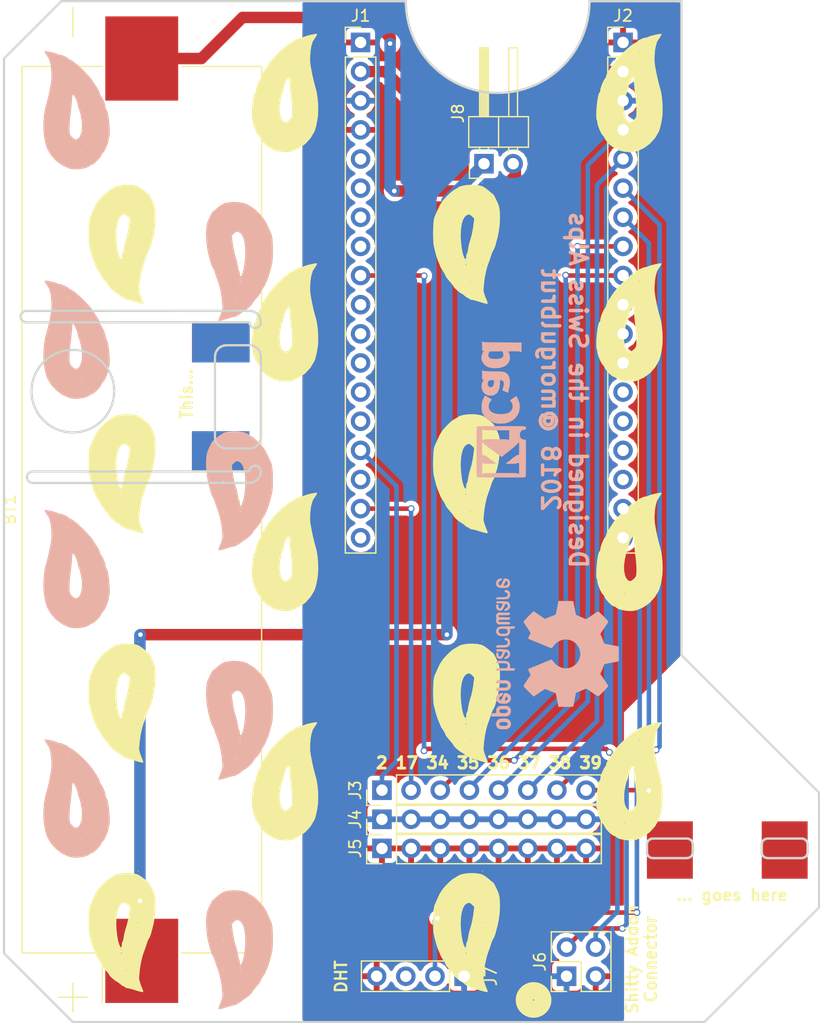
<source format=kicad_pcb>
(kicad_pcb (version 20171130) (host pcbnew 5.0.0)
  (layers (0 F.Cu signal) (31 B.Cu signal) (34 B.Paste user) (35 F.Paste user) (36 B.SilkS user) (37 F.SilkS user) (38 B.Mask user) (39 F.Mask user) (44 Edge.Cuts user))
  (net 0 "")
  (net 1 GND)
  (net 2 +5V)
  (net 3 +3V3)
  (net 4 "Net-(J1-Pad5)")
  (net 5 "Net-(J1-Pad6)")
  (net 6 "Net-(J1-Pad7)")
  (net 7 "Net-(J1-Pad8)")
  (net 8 SCL)
  (net 9 "Net-(J1-Pad10)")
  (net 10 23)
  (net 11 "Net-(J1-Pad12)")
  (net 12 "Net-(J1-Pad13)")
  (net 13 "Net-(J1-Pad14)")
  (net 14 2)
  (net 15 "Net-(J1-Pad16)")
  (net 16 17)
  (net 17 "Net-(J1-Pad18)")
  (net 18 36)
  (net 19 37)
  (net 20 38)
  (net 21 39)
  (net 22 34)
  (net 23 35)
  (net 24 "Net-(J2-Pad10)")
  (net 25 "Net-(J2-Pad11)")
  (net 26 DAC2)
  (net 27 "Net-(J2-Pad13)")
  (net 28 "Net-(J2-Pad14)")
  (net 29 "Net-(J2-Pad15)")
  (net 30 12)
  (net 31 DHT_D)
  (net 32 SDA)
  (net 33 "Net-(J7-Pad3)")
  (net 34 "Net-(BT1-Pad1)")
  (net 35 "Net-(BT1-Pad2)")
  (module Libs:gl_2 (layer F.Cu) (at 106.3 111 90)
    (fp_text reference G*** hide)
    (fp_text value LOGO hide)
  )
  (module Libs:gl_1 (layer F.Cu) (at 136.3 91 90)
    (fp_text reference G*** hide)
    (fp_text value LOGO hide)
  )
  (module Libs:gl_1 (layer F.Cu) (at 136.3 111 90)
    (fp_text reference G*** hide)
    (fp_text value LOGO hide)
  )
  (module Libs:gl_2 (layer F.Cu) (at 136.3 91 90)
    (fp_text reference G*** hide)
    (fp_text value LOGO hide)
  )
  (module Libs:gl_1 (layer F.Cu) (at 106.3 91 90)
    (fp_text reference G*** hide)
    (fp_text value LOGO hide)
  )
  (module Libs:gl_2 (layer F.Cu) (at 106.3 91 90)
    (fp_text reference G*** hide)
    (fp_text value LOGO hide)
  )
  (module Libs:gl_1 (layer F.Cu) (at 106.3 111 90)
    (fp_text reference G*** hide)
    (fp_text value LOGO hide)
  )
  (module Libs:gl_2 (layer F.Cu) (at 136.3 111 90)
    (fp_text reference G*** hide)
    (fp_text value LOGO hide)
  )
  (module Libs:gl_2 (layer F.Cu) (at 136.3 131 90)
    (fp_text reference G*** hide)
    (fp_text value LOGO hide)
  )
  (module Libs:gl_1 (layer F.Cu) (at 136.3 131 90)
    (fp_text reference G*** hide)
    (fp_text value LOGO hide)
  )
  (module Libs:gl_2 (layer F.Cu) (at 136.3 151 90)
    (fp_text reference G*** hide)
    (fp_text value LOGO hide)
  )
  (module Libs:gl_1 (layer F.Cu) (at 136.3 151 90)
    (fp_text reference G*** hide)
    (fp_text value LOGO hide)
  )
  (module Libs:gl_2 (layer F.Cu) (at 106.3 131 90)
    (fp_text reference G*** hide)
    (fp_text value LOGO hide)
  )
  (module Libs:gl_1 (layer F.Cu) (at 106.3 131 90)
    (fp_text reference G*** hide)
    (fp_text value LOGO hide)
  )
  (module Libs:gl_2 (layer B.Cu) (at 102.5 92.5 90)
    (fp_text reference G*** hide)
    (fp_text value LOGO hide)
  )
  (module Libs:gl_2 (layer B.Cu) (at 102.5 112.5 90)
    (fp_text reference G*** hide)
    (fp_text value LOGO hide)
  )
  (module Libs:gl_2 (layer B.Cu) (at 102.5 132.5 90)
    (fp_text reference G*** hide)
    (fp_text value LOGO hide)
  )
  (module Libs:gl_1 (layer B.Cu) (at 102.5 92.5 90)
    (fp_text reference G*** hide)
    (fp_text value LOGO hide)
  )
  (module Libs:gl_1 (layer B.Cu) (at 102.5 112.5 90)
    (fp_text reference G*** hide)
    (fp_text value LOGO hide)
  )
  (module Libs:gl_1 (layer B.Cu) (at 102.5 132.5 90)
    (fp_text reference G*** hide)
    (fp_text value LOGO hide)
  )
  (module Socket_Strips:Socket_Strip_Straight_1x18_Pitch2.54mm (layer F.Cu) (at 120.06 79.6)
    (fp_text reference J1 (at 0 -2.33) (layer F.SilkS))
    (fp_text value Conn_01x18_Female)
    (pad 1 thru_hole rect (at 0 0) (size 1.7 1.7) (drill 1) (layers *.Cu *.Mask) (net 1 GND))
    (pad 2 thru_hole oval (at 0 2.54) (size 1.7 1.7) (drill 1) (layers *.Cu *.Mask) (net 2 +5V))
    (pad 3 thru_hole oval (at 0 5.08) (size 1.7 1.7) (drill 1) (layers *.Cu *.Mask) (net 3 +3V3))
    (pad 4 thru_hole oval (at 0 7.62) (size 1.7 1.7) (drill 1) (layers *.Cu *.Mask) (net 1 GND))
    (pad 5 thru_hole oval (at 0 10.16) (size 1.7 1.7) (drill 1) (layers *.Cu *.Mask) (net 4 "Net-(J1-Pad5)"))
    (pad 6 thru_hole oval (at 0 12.7) (size 1.7 1.7) (drill 1) (layers *.Cu *.Mask) (net 5 "Net-(J1-Pad6)"))
    (pad 7 thru_hole oval (at 0 15.24) (size 1.7 1.7) (drill 1) (layers *.Cu *.Mask) (net 6 "Net-(J1-Pad7)"))
    (pad 8 thru_hole oval (at 0 17.78) (size 1.7 1.7) (drill 1) (layers *.Cu *.Mask) (net 7 "Net-(J1-Pad8)"))
    (pad 9 thru_hole oval (at 0 20.32) (size 1.7 1.7) (drill 1) (layers *.Cu *.Mask) (net 8 SCL))
    (pad 10 thru_hole oval (at 0 22.86) (size 1.7 1.7) (drill 1) (layers *.Cu *.Mask) (net 9 "Net-(J1-Pad10)"))
    (pad 11 thru_hole oval (at 0 25.4) (size 1.7 1.7) (drill 1) (layers *.Cu *.Mask) (net 10 23))
    (pad 12 thru_hole oval (at 0 27.94) (size 1.7 1.7) (drill 1) (layers *.Cu *.Mask) (net 11 "Net-(J1-Pad12)"))
    (pad 13 thru_hole oval (at 0 30.48) (size 1.7 1.7) (drill 1) (layers *.Cu *.Mask) (net 12 "Net-(J1-Pad13)"))
    (pad 14 thru_hole oval (at 0 33.02) (size 1.7 1.7) (drill 1) (layers *.Cu *.Mask) (net 13 "Net-(J1-Pad14)"))
    (pad 15 thru_hole oval (at 0 35.56) (size 1.7 1.7) (drill 1) (layers *.Cu *.Mask) (net 14 2))
    (pad 16 thru_hole oval (at 0 38.1) (size 1.7 1.7) (drill 1) (layers *.Cu *.Mask) (net 15 "Net-(J1-Pad16)"))
    (pad 17 thru_hole oval (at 0 40.64) (size 1.7 1.7) (drill 1) (layers *.Cu *.Mask) (net 16 17))
    (pad 18 thru_hole oval (at 0 43.18) (size 1.7 1.7) (drill 1) (layers *.Cu *.Mask) (net 17 "Net-(J1-Pad18)"))
  )
  (module Socket_Strips:Socket_Strip_Straight_1x18_Pitch2.54mm (layer F.Cu) (at 142.92 79.6)
    (fp_text reference J2 (at 0 -2.33) (layer F.SilkS))
    (fp_text value Conn_01x18_Female)
    (pad 1 thru_hole rect (at 0 0) (size 1.7 1.7) (drill 1) (layers *.Cu *.Mask) (net 1 GND))
    (pad 2 thru_hole oval (at 0 2.54) (size 1.7 1.7) (drill 1) (layers *.Cu *.Mask) (net 2 +5V))
    (pad 3 thru_hole oval (at 0 5.08) (size 1.7 1.7) (drill 1) (layers *.Cu *.Mask) (net 3 +3V3))
    (pad 4 thru_hole oval (at 0 7.62) (size 1.7 1.7) (drill 1) (layers *.Cu *.Mask) (net 18 36))
    (pad 5 thru_hole oval (at 0 10.16) (size 1.7 1.7) (drill 1) (layers *.Cu *.Mask) (net 19 37))
    (pad 6 thru_hole oval (at 0 12.7) (size 1.7 1.7) (drill 1) (layers *.Cu *.Mask) (net 20 38))
    (pad 7 thru_hole oval (at 0 15.24) (size 1.7 1.7) (drill 1) (layers *.Cu *.Mask) (net 21 39))
    (pad 8 thru_hole oval (at 0 17.78) (size 1.7 1.7) (drill 1) (layers *.Cu *.Mask) (net 22 34))
    (pad 9 thru_hole oval (at 0 20.32) (size 1.7 1.7) (drill 1) (layers *.Cu *.Mask) (net 23 35))
    (pad 10 thru_hole oval (at 0 22.86) (size 1.7 1.7) (drill 1) (layers *.Cu *.Mask) (net 24 "Net-(J2-Pad10)"))
    (pad 11 thru_hole oval (at 0 25.4) (size 1.7 1.7) (drill 1) (layers *.Cu *.Mask) (net 25 "Net-(J2-Pad11)"))
    (pad 12 thru_hole oval (at 0 27.94) (size 1.7 1.7) (drill 1) (layers *.Cu *.Mask) (net 26 DAC2))
    (pad 13 thru_hole oval (at 0 30.48) (size 1.7 1.7) (drill 1) (layers *.Cu *.Mask) (net 27 "Net-(J2-Pad13)"))
    (pad 14 thru_hole oval (at 0 33.02) (size 1.7 1.7) (drill 1) (layers *.Cu *.Mask) (net 28 "Net-(J2-Pad14)"))
    (pad 15 thru_hole oval (at 0 35.56) (size 1.7 1.7) (drill 1) (layers *.Cu *.Mask) (net 29 "Net-(J2-Pad15)"))
    (pad 16 thru_hole oval (at 0 38.1) (size 1.7 1.7) (drill 1) (layers *.Cu *.Mask) (net 30 12))
    (pad 17 thru_hole oval (at 0 40.64) (size 1.7 1.7) (drill 1) (layers *.Cu *.Mask) (net 31 DHT_D))
    (pad 18 thru_hole oval (at 0 43.18) (size 1.7 1.7) (drill 1) (layers *.Cu *.Mask) (net 32 SDA))
  )
  (module Pin_Headers:Pin_Header_Straight_1x08_Pitch2.54mm (layer F.Cu) (at 121.92 144.78 90)
    (fp_text reference J3 (at 0 -2.33 90) (layer F.SilkS))
    (fp_text value Conn_01x08)
    (pad 1 thru_hole rect (at 0 0 90) (size 1.7 1.7) (drill 1) (layers *.Cu *.Mask) (net 14 2))
    (pad 2 thru_hole oval (at 0 2.54 90) (size 1.7 1.7) (drill 1) (layers *.Cu *.Mask) (net 16 17))
    (pad 3 thru_hole oval (at 0 5.08 90) (size 1.7 1.7) (drill 1) (layers *.Cu *.Mask) (net 22 34))
    (pad 4 thru_hole oval (at 0 7.62 90) (size 1.7 1.7) (drill 1) (layers *.Cu *.Mask) (net 23 35))
    (pad 5 thru_hole oval (at 0 10.16 90) (size 1.7 1.7) (drill 1) (layers *.Cu *.Mask) (net 18 36))
    (pad 6 thru_hole oval (at 0 12.7 90) (size 1.7 1.7) (drill 1) (layers *.Cu *.Mask) (net 19 37))
    (pad 7 thru_hole oval (at 0 15.24 90) (size 1.7 1.7) (drill 1) (layers *.Cu *.Mask) (net 20 38))
    (pad 8 thru_hole oval (at 0 17.78 90) (size 1.7 1.7) (drill 1) (layers *.Cu *.Mask) (net 21 39))
  )
  (module Pin_Headers:Pin_Header_Straight_1x08_Pitch2.54mm (layer F.Cu) (at 121.92 147.32 90)
    (fp_text reference J4 (at 0 -2.33 90) (layer F.SilkS))
    (fp_text value Conn_01x08)
    (pad 1 thru_hole rect (at 0 0 90) (size 1.7 1.7) (drill 1) (layers *.Cu *.Mask) (net 3 +3V3))
    (pad 2 thru_hole oval (at 0 2.54 90) (size 1.7 1.7) (drill 1) (layers *.Cu *.Mask) (net 3 +3V3))
    (pad 3 thru_hole oval (at 0 5.08 90) (size 1.7 1.7) (drill 1) (layers *.Cu *.Mask) (net 3 +3V3))
    (pad 4 thru_hole oval (at 0 7.62 90) (size 1.7 1.7) (drill 1) (layers *.Cu *.Mask) (net 3 +3V3))
    (pad 5 thru_hole oval (at 0 10.16 90) (size 1.7 1.7) (drill 1) (layers *.Cu *.Mask) (net 3 +3V3))
    (pad 6 thru_hole oval (at 0 12.7 90) (size 1.7 1.7) (drill 1) (layers *.Cu *.Mask) (net 3 +3V3))
    (pad 7 thru_hole oval (at 0 15.24 90) (size 1.7 1.7) (drill 1) (layers *.Cu *.Mask) (net 3 +3V3))
    (pad 8 thru_hole oval (at 0 17.78 90) (size 1.7 1.7) (drill 1) (layers *.Cu *.Mask) (net 3 +3V3))
  )
  (module Pin_Headers:Pin_Header_Straight_1x08_Pitch2.54mm (layer F.Cu) (at 121.92 149.86 90)
    (fp_text reference J5 (at 0 -2.33 90) (layer F.SilkS))
    (fp_text value Conn_01x08)
    (pad 1 thru_hole rect (at 0 0 90) (size 1.7 1.7) (drill 1) (layers *.Cu *.Mask) (net 1 GND))
    (pad 2 thru_hole oval (at 0 2.54 90) (size 1.7 1.7) (drill 1) (layers *.Cu *.Mask) (net 1 GND))
    (pad 3 thru_hole oval (at 0 5.08 90) (size 1.7 1.7) (drill 1) (layers *.Cu *.Mask) (net 1 GND))
    (pad 4 thru_hole oval (at 0 7.62 90) (size 1.7 1.7) (drill 1) (layers *.Cu *.Mask) (net 1 GND))
    (pad 5 thru_hole oval (at 0 10.16 90) (size 1.7 1.7) (drill 1) (layers *.Cu *.Mask) (net 1 GND))
    (pad 6 thru_hole oval (at 0 12.7 90) (size 1.7 1.7) (drill 1) (layers *.Cu *.Mask) (net 1 GND))
    (pad 7 thru_hole oval (at 0 15.24 90) (size 1.7 1.7) (drill 1) (layers *.Cu *.Mask) (net 1 GND))
    (pad 8 thru_hole oval (at 0 17.78 90) (size 1.7 1.7) (drill 1) (layers *.Cu *.Mask) (net 1 GND))
  )
  (module Pin_Headers:Pin_Header_Straight_2x02_Pitch2.54mm (layer F.Cu) (at 138 161 90)
    (fp_text reference J6 (at 1.27 -2.33 90) (layer F.SilkS))
    (fp_text value Conn_02x02_Top_Bottom)
    (pad 1 thru_hole rect (at 0 0 90) (size 1.7 1.7) (drill 1) (layers *.Cu *.Mask) (net 3 +3V3))
    (pad 2 thru_hole oval (at 2.54 0 90) (size 1.7 1.7) (drill 1) (layers *.Cu *.Mask) (net 32 SDA))
    (pad 3 thru_hole oval (at 0 2.54 90) (size 1.7 1.7) (drill 1) (layers *.Cu *.Mask) (net 1 GND))
    (pad 4 thru_hole oval (at 2.54 2.54 90) (size 1.7 1.7) (drill 1) (layers *.Cu *.Mask) (net 8 SCL))
  )
  (module Pin_Headers:Pin_Header_Straight_1x04_Pitch2.54mm (layer F.Cu) (at 129.08 161 270)
    (fp_text reference J7 (at 0 -2.33 270) (layer F.SilkS))
    (fp_text value Conn_01x04)
    (pad 1 thru_hole rect (at 0 0 270) (size 1.7 1.7) (drill 1) (layers *.Cu *.Mask) (net 3 +3V3))
    (pad 2 thru_hole oval (at 0 2.54 270) (size 1.7 1.7) (drill 1) (layers *.Cu *.Mask) (net 31 DHT_D))
    (pad 3 thru_hole oval (at 0 5.08 270) (size 1.7 1.7) (drill 1) (layers *.Cu *.Mask) (net 33 "Net-(J7-Pad3)"))
    (pad 4 thru_hole oval (at 0 7.62 270) (size 1.7 1.7) (drill 1) (layers *.Cu *.Mask) (net 1 GND))
  )
  (module Battery_Holders:Keystone_1042_1x18650 (layer F.Cu) (at 101 120.33 90)
    (fp_text reference BT1 (at 0 -11.5 90) (layer F.SilkS))
    (fp_text value Battery_Cell)
    (pad 1 smd rect (at -39.33 0 90) (size 7.34 6.35) (layers F.Cu F.Paste F.Mask) (net 34 "Net-(BT1-Pad1)"))
    (pad 2 smd rect (at 39.33 0 90) (size 7.34 6.35) (layers F.Cu F.Paste F.Mask) (net 35 "Net-(BT1-Pad2)"))
    (pad "" np_thru_hole circle (at 27.6 -8 90) (size 3.45 3.45) (drill 3.45) (layers *.Cu *.Mask))
    (pad "" np_thru_hole circle (at -27.6 8 90) (size 3.45 3.45) (drill 3.45) (layers *.Cu *.Mask))
    (pad "" np_thru_hole circle (at -35.93 -8 90) (size 2.39 2.39) (drill 2.39) (layers *.Cu *.Mask))
  )
  (module Pin_Headers:Pin_Header_Angled_1x02_Pitch2.54mm (layer F.Cu) (at 130.81 90.17 90)
    (fp_text reference J8 (at 4.385 -2.27 90) (layer F.SilkS))
    (fp_text value Conn_01x02)
    (pad 1 thru_hole rect (at 0 0 90) (size 1.7 1.7) (drill 1) (layers *.Cu *.Mask) (net 34 "Net-(BT1-Pad1)"))
    (pad 2 thru_hole oval (at 0 2.54 90) (size 1.7 1.7) (drill 1) (layers *.Cu *.Mask) (net 35 "Net-(BT1-Pad2)"))
  )
  (module Symbols:OSHW-Logo2_14.6x12mm_SilkScreen (layer B.Cu) (at 137 132.9 90)
    (fp_text reference REF*** hide)
    (fp_text value OSHW-Logo2_14.6x12mm_SilkScreen hide)
  )
  (module Symbols:Symbol_KiCAD-Logo_CopperAndSilkScreenTop (layer B.Cu) (at 132.5 111.6 90)
    (fp_text reference REF** hide)
    (fp_text value "KiCAD Logo" hide)
  )
  (module Libs:gl_1 (layer B.Cu) (at 102.5 152.5 90)
    (fp_text reference G*** hide)
    (fp_text value LOGO hide)
  )
  (module Libs:gl_2 (layer B.Cu) (at 102.5 152.5 90)
    (fp_text reference G*** hide)
    (fp_text value LOGO hide)
  )
  (module Libs:gl_2 (layer F.Cu) (at 106.3 151 90)
    (fp_text reference G*** hide)
    (fp_text value LOGO hide)
  )
  (module Libs:gl_1 (layer F.Cu) (at 106.3 151 90)
    (fp_text reference G*** hide)
    (fp_text value LOGO hide)
  )
  (gr_arc (start 90.95 103.5) (end 90.95 103) (angle -180) (layer Edge.Cuts) (width 0.2))
  (gr_arc (start 91.5 117.5) (end 91.5 117) (angle -180) (layer Edge.Cuts) (width 0.2))
  (gr_text "... goes here" (at 152.4 153.924) (layer F.SilkS) (effects (font (size 1 1) (thickness 0.2))))
  (gr_text This... (at 104.902 110.236 90) (layer F.SilkS) (effects (font (size 1 1) (thickness 0.2))))
  (gr_text DHT (at 118.364 161.036 90) (layer F.SilkS) (effects (font (size 1 1) (thickness 0.2))))
  (gr_text "Shitty Addon\nConnector" (at 144.526 159.512 90) (layer F.SilkS) (effects (font (size 1 1) (thickness 0.2))))
  (gr_circle (center 135.128 163.068) (end 135.89 163.322) (layer F.SilkS) (width 1.5))
  (gr_text "Designed in the Swiss Alps\n2018 @morgulbrut" (at 137.8 109.9 270) (layer B.SilkS) (effects (font (size 1.5 1.5) (thickness 0.3)) (justify mirror)))
  (gr_text "2 17 34 35 36 37 38 39" (at 131.2418 142.4051) (layer F.SilkS) (effects (font (size 1 1) (thickness 0.25))))
  (gr_arc (start 132 76) (end 140 76) (angle 180) (layer Edge.Cuts) (width 0.2))
  (gr_line (start 89 104) (end 89 81) (layer Edge.Cuts) (width 0.2))
  (gr_line (start 148 76) (end 140 76) (layer Edge.Cuts) (width 0.2))
  (gr_line (start 148 133) (end 148 76) (layer Edge.Cuts) (width 0.2))
  (gr_line (start 160 145) (end 148 133) (layer Edge.Cuts) (width 0.2))
  (gr_line (start 160 155) (end 160 145) (layer Edge.Cuts) (width 0.2))
  (gr_line (start 150 165) (end 160 155) (layer Edge.Cuts) (width 0.2))
  (gr_line (start 95 165) (end 150 165) (layer Edge.Cuts) (width 0.2))
  (gr_line (start 89 159) (end 95 165) (layer Edge.Cuts) (width 0.2))
  (gr_line (start 89 117) (end 89 159) (layer Edge.Cuts) (width 0.2))
  (gr_line (start 94 76) (end 89 81) (layer Edge.Cuts) (width 0.2))
  (gr_line (start 124 76) (end 94 76) (layer Edge.Cuts) (width 0.2))
  (gr_circle (center 95 110) (end 98.6 110) (layer Edge.Cuts) (width 0.2))
  (gr_line (start 155 149.5) (end 155 150.2) (layer Edge.Cuts) (width 0.2))
  (gr_arc (start 155.5 150.2) (end 155.5 150.7) (angle 90) (layer Edge.Cuts) (width 0.2))
  (gr_arc (start 155.5 149.5) (end 155 149.5) (angle 90) (layer Edge.Cuts) (width 0.2))
  (gr_line (start 149 149.5) (end 149 150.2) (layer Edge.Cuts) (width 0.2))
  (gr_arc (start 148.5 150.2) (end 149 150.2) (angle 90) (layer Edge.Cuts) (width 0.2))
  (gr_arc (start 148.5 149.5) (end 148.5 149) (angle 90) (layer Edge.Cuts) (width 0.2))
  (gr_line (start 145 149.5) (end 145 150.2) (layer Edge.Cuts) (width 0.2))
  (gr_arc (start 145.5 150.2) (end 145.5 150.7) (angle 90) (layer Edge.Cuts) (width 0.2))
  (gr_arc (start 145.5 149.5) (end 145 149.5) (angle 90) (layer Edge.Cuts) (width 0.2))
  (gr_line (start 159 149.5) (end 159 150.2) (layer Edge.Cuts) (width 0.2))
  (gr_arc (start 158.5 150.2) (end 159 150.2) (angle 90) (layer Edge.Cuts) (width 0.2))
  (gr_arc (start 158.5 149.5) (end 158.5 149) (angle 90) (layer Edge.Cuts) (width 0.2))
  (gr_line (start 145.5 150.7) (end 148.5 150.7) (layer Edge.Cuts) (width 0.2))
  (gr_line (start 145.5 149) (end 148.5 149) (layer Edge.Cuts) (width 0.2))
  (gr_line (start 155.5 150.7) (end 158.5 150.7) (layer Edge.Cuts) (width 0.2))
  (gr_line (start 155.5 149) (end 158.5 149) (layer Edge.Cuts) (width 0.2))
  (gr_line (start 110.373969 105.991801) (end 108.373969 105.991801) (layer Edge.Cuts) (width 0.2))
  (gr_line (start 110.373969 114.991801) (end 108.373969 114.991801) (layer Edge.Cuts) (width 0.2))
  (gr_arc (start 110.373969 106.991801) (end 110.373969 105.991801) (angle 89.9) (layer Edge.Cuts) (width 0.2))
  (gr_arc (start 108.373969 106.991801) (end 107.373969 106.991801) (angle 90) (layer Edge.Cuts) (width 0.2))
  (gr_arc (start 108.373969 113.991801) (end 108.373969 114.991801) (angle 90) (layer Edge.Cuts) (width 0.2))
  (gr_arc (start 110.373969 113.991801) (end 111.373969 113.991801) (angle 90) (layer Edge.Cuts) (width 0.2))
  (gr_line (start 89 104) (end 89 117) (layer Edge.Cuts) (width 0.2))
  (gr_line (start 107.373969 113.991801) (end 107.373969 106.991801) (layer Edge.Cuts) (width 0.2))
  (gr_line (start 111.373969 106.991801) (end 111.373969 113.991801) (layer Edge.Cuts) (width 0.2))
  (gr_arc (start 110.873969 116.999801) (end 110.373969 116.999801) (angle 180) (layer Edge.Cuts) (width 0.2))
  (gr_arc (start 110.873969 103.991801) (end 111.373969 103.991801) (angle 180) (layer Edge.Cuts) (width 0.2))
  (gr_line (start 91.45 117) (end 110.373969 116.991801) (layer Edge.Cuts) (width 0.2))
  (gr_line (start 110.373969 103.991801) (end 90.95 104) (layer Edge.Cuts) (width 0.2))
  (gr_arc (start 110.373969 103.991801) (end 110.373969 102.991801) (angle 89.9) (layer Edge.Cuts) (width 0.2))
  (gr_arc (start 110.373969 116.991801) (end 111.373969 116.991801) (angle 90) (layer Edge.Cuts) (width 0.2))
  (gr_line (start 91.55 118) (end 110.373969 117.991801) (layer Edge.Cuts) (width 0.2))
  (gr_line (start 90.95 103) (end 110.373969 102.991801) (layer Edge.Cuts) (width 0.2))
  (segment (start 120.06 82.14) (end 122.224797 82.14) (width 1) (layer F.Cu) (net 2))
  (segment (start 122.224797 82.14) (end 126.928469 86.843672) (width 1) (layer F.Cu) (net 2))
  (segment (start 126.928469 86.843672) (end 136.640615 86.843672) (width 1) (layer F.Cu) (net 2))
  (segment (start 136.640615 86.843672) (end 141.344287 82.14) (width 1) (layer F.Cu) (net 2))
  (segment (start 141.344287 82.14) (end 142.92 82.14) (width 1) (layer F.Cu) (net 2))
  (segment (start 140.54 158.46) (end 140.54 157.257919) (width 0.4) (layer B.Cu) (net 8))
  (segment (start 142.427806 155.370113) (end 142.427806 142.173806) (width 0.4) (layer B.Cu) (net 8))
  (segment (start 142.427806 142.173806) (end 141.732 141.478) (width 0.4) (layer B.Cu) (net 8))
  (segment (start 140.54 157.257919) (end 142.427806 155.370113) (width 0.4) (layer B.Cu) (net 8))
  (segment (start 120.06 99.92) (end 125.563688 99.92) (width 0.4) (layer F.Cu) (net 8))
  (via (at 125.589533 99.945845) (size 0.6) (drill 0.4) (layers F.Cu B.Cu) (net 8))
  (segment (start 125.563688 99.92) (end 125.589533 99.945845) (width 0.4) (layer F.Cu) (net 8))
  (segment (start 125.563688 99.92) (end 125.589533 99.945845) (width 0.4) (layer B.Cu) (net 8))
  (segment (start 125.589533 99.945845) (end 125.589533 140.922128) (width 0.4) (layer B.Cu) (net 8))
  (segment (start 125.589533 140.922128) (end 125.589533 141.346392) (width 0.4) (layer B.Cu) (net 8))
  (segment (start 125.757924 141.178001) (end 125.589533 141.346392) (width 0.4) (layer F.Cu) (net 8))
  (segment (start 141.432001 141.178001) (end 125.757924 141.178001) (width 0.4) (layer F.Cu) (net 8))
  (segment (start 141.732 141.478) (end 141.432001 141.178001) (width 0.4) (layer F.Cu) (net 8))
  (via (at 125.589533 141.346392) (size 0.6) (drill 0.4) (layers F.Cu B.Cu) (net 8))
  (via (at 141.732 141.478) (size 0.6) (drill 0.4) (layers F.Cu B.Cu) (net 8))
  (segment (start 123.19 142.26) (end 123.19 118.29) (width 0.4) (layer B.Cu) (net 14))
  (segment (start 123.19 118.29) (end 120.06 115.16) (width 0.4) (layer B.Cu) (net 14))
  (segment (start 121.92 144.78) (end 121.92 143.53) (width 0.4) (layer B.Cu) (net 14))
  (segment (start 121.92 143.53) (end 123.19 142.26) (width 0.4) (layer B.Cu) (net 14))
  (segment (start 120.06 120.24) (end 124.46 120.24) (width 0.4) (layer F.Cu) (net 16))
  (via (at 124.46 120.24) (size 0.6) (drill 0.4) (layers F.Cu B.Cu) (net 16))
  (segment (start 124.46 144.78) (end 124.46 120.24) (width 0.4) (layer B.Cu) (net 16))
  (segment (start 132.08 144.78) (end 132.929999 143.930001) (width 0.4) (layer B.Cu) (net 18))
  (segment (start 139.854598 90.285402) (end 142.070001 88.069999) (width 0.4) (layer B.Cu) (net 18))
  (segment (start 132.963497 143.930001) (end 139.854598 137.0389) (width 0.4) (layer B.Cu) (net 18))
  (segment (start 132.929999 143.930001) (end 132.963497 143.930001) (width 0.4) (layer B.Cu) (net 18))
  (segment (start 139.854598 137.0389) (end 139.854598 90.285402) (width 0.4) (layer B.Cu) (net 18))
  (segment (start 142.070001 88.069999) (end 142.92 87.22) (width 0.4) (layer B.Cu) (net 18))
  (segment (start 140.654609 92.025391) (end 140.654609 138.745391) (width 0.4) (layer B.Cu) (net 19))
  (segment (start 142.92 89.76) (end 140.654609 92.025391) (width 0.4) (layer B.Cu) (net 19))
  (segment (start 135.469999 143.930001) (end 134.62 144.78) (width 0.4) (layer B.Cu) (net 19))
  (segment (start 140.654609 138.745391) (end 135.469999 143.930001) (width 0.4) (layer B.Cu) (net 19))
  (segment (start 146.102157 140.967884) (end 145.802158 141.267883) (width 0.4) (layer B.Cu) (net 20))
  (segment (start 146.102157 95.482157) (end 146.102157 140.967884) (width 0.4) (layer B.Cu) (net 20))
  (segment (start 142.92 92.3) (end 146.102157 95.482157) (width 0.4) (layer B.Cu) (net 20))
  (segment (start 145.502159 141.567882) (end 145.802158 141.267883) (width 0.4) (layer F.Cu) (net 20))
  (segment (start 139.462891 142.477109) (end 144.592932 142.477109) (width 0.4) (layer F.Cu) (net 20))
  (segment (start 137.16 144.78) (end 139.462891 142.477109) (width 0.4) (layer F.Cu) (net 20))
  (via (at 145.802158 141.267883) (size 0.6) (drill 0.4) (layers F.Cu B.Cu) (net 20))
  (segment (start 144.592932 142.477109) (end 145.502159 141.567882) (width 0.4) (layer F.Cu) (net 20))
  (segment (start 145.163802 141.990838) (end 145.163802 144.389535) (width 0.4) (layer B.Cu) (net 21))
  (segment (start 145.170012 97.090012) (end 145.170012 140.597336) (width 0.4) (layer B.Cu) (net 21))
  (segment (start 142.92 94.84) (end 145.170012 97.090012) (width 0.4) (layer B.Cu) (net 21))
  (segment (start 144.902157 140.865191) (end 144.902157 141.729193) (width 0.4) (layer B.Cu) (net 21))
  (segment (start 144.902157 141.729193) (end 145.163802 141.990838) (width 0.4) (layer B.Cu) (net 21))
  (segment (start 145.163802 144.389535) (end 145.163802 144.813799) (width 0.4) (layer B.Cu) (net 21))
  (segment (start 145.170012 140.597336) (end 144.902157 140.865191) (width 0.4) (layer B.Cu) (net 21))
  (segment (start 145.130003 144.78) (end 145.163802 144.813799) (width 0.4) (layer F.Cu) (net 21))
  (segment (start 139.7 144.78) (end 145.130003 144.78) (width 0.4) (layer F.Cu) (net 21))
  (via (at 145.163802 144.813799) (size 0.6) (drill 0.4) (layers F.Cu B.Cu) (net 21))
  (segment (start 133.738559 141.882131) (end 133.43856 142.18213) (width 0.4) (layer B.Cu) (net 22))
  (segment (start 138.954588 136.666102) (end 133.738559 141.882131) (width 0.4) (layer B.Cu) (net 22))
  (segment (start 133.014296 142.18213) (end 133.43856 142.18213) (width 0.4) (layer F.Cu) (net 22))
  (segment (start 129.59787 142.18213) (end 133.014296 142.18213) (width 0.4) (layer F.Cu) (net 22))
  (segment (start 127 144.78) (end 129.59787 142.18213) (width 0.4) (layer F.Cu) (net 22))
  (via (at 133.43856 142.18213) (size 0.6) (drill 0.4) (layers F.Cu B.Cu) (net 22))
  (segment (start 138.954588 97.372364) (end 138.954588 136.666102) (width 0.4) (layer B.Cu) (net 22))
  (segment (start 142.92 97.38) (end 138.962224 97.38) (width 0.4) (layer F.Cu) (net 22))
  (via (at 138.954588 97.372364) (size 0.6) (drill 0.4) (layers F.Cu B.Cu) (net 22))
  (segment (start 138.962224 97.38) (end 138.954588 97.372364) (width 0.4) (layer F.Cu) (net 22))
  (segment (start 129.54 144.592448) (end 137.92756 136.204888) (width 0.4) (layer B.Cu) (net 23))
  (segment (start 137.92756 136.204888) (end 137.92756 100.320988) (width 0.4) (layer B.Cu) (net 23))
  (segment (start 137.92289 100.316318) (end 137.92289 99.892054) (width 0.4) (layer B.Cu) (net 23))
  (segment (start 137.92756 100.320988) (end 137.92289 100.316318) (width 0.4) (layer B.Cu) (net 23))
  (segment (start 129.54 144.78) (end 129.54 144.592448) (width 0.4) (layer B.Cu) (net 23))
  (segment (start 137.950836 99.92) (end 137.92289 99.892054) (width 0.4) (layer F.Cu) (net 23))
  (via (at 137.92289 99.892054) (size 0.6) (drill 0.4) (layers F.Cu B.Cu) (net 23))
  (segment (start 142.92 99.92) (end 137.950836 99.92) (width 0.4) (layer F.Cu) (net 23))
  (segment (start 142.92 120.24) (end 144.370001 121.690001) (width 0.4) (layer B.Cu) (net 31))
  (segment (start 144.127827 155.023736) (end 144.127827 155.448) (width 0.4) (layer B.Cu) (net 31))
  (segment (start 144.370001 121.690001) (end 144.370001 140.265961) (width 0.4) (layer B.Cu) (net 31))
  (segment (start 144.370001 140.265961) (end 144.102146 140.533816) (width 0.4) (layer B.Cu) (net 31))
  (segment (start 144.102146 140.533816) (end 144.102146 142.104532) (width 0.4) (layer B.Cu) (net 31))
  (segment (start 144.102146 142.104532) (end 144.127827 142.130213) (width 0.4) (layer B.Cu) (net 31))
  (segment (start 144.127827 142.130213) (end 144.127827 155.023736) (width 0.4) (layer B.Cu) (net 31))
  (segment (start 126.746 155.956) (end 127.254 155.448) (width 0.4) (layer F.Cu) (net 31))
  (segment (start 143.703563 155.448) (end 144.127827 155.448) (width 0.4) (layer F.Cu) (net 31))
  (via (at 144.127827 155.448) (size 0.6) (drill 0.4) (layers F.Cu B.Cu) (net 31))
  (segment (start 127.254 155.448) (end 143.703563 155.448) (width 0.4) (layer F.Cu) (net 31))
  (segment (start 126.54 161) (end 126.54 156.162) (width 0.4) (layer B.Cu) (net 31))
  (segment (start 126.54 156.162) (end 126.746 155.956) (width 0.4) (layer B.Cu) (net 31))
  (via (at 126.746 155.956) (size 0.6) (drill 0.4) (layers F.Cu B.Cu) (net 31))
  (segment (start 142.92 122.78) (end 142.657303 123.042697) (width 0.4) (layer B.Cu) (net 32))
  (segment (start 143.227817 141.842431) (end 143.227817 156.466883) (width 0.4) (layer B.Cu) (net 32))
  (segment (start 142.657303 123.042697) (end 142.657303 141.271917) (width 0.4) (layer B.Cu) (net 32))
  (segment (start 142.657303 141.271917) (end 143.227817 141.842431) (width 0.4) (layer B.Cu) (net 32))
  (segment (start 143.227817 156.466883) (end 143.158526 156.536174) (width 0.4) (layer B.Cu) (net 32))
  (segment (start 143.158526 156.536174) (end 142.858527 156.836173) (width 0.4) (layer B.Cu) (net 32))
  (segment (start 142.434263 156.836173) (end 142.858527 156.836173) (width 0.4) (layer F.Cu) (net 32))
  (segment (start 139.623827 156.836173) (end 142.434263 156.836173) (width 0.4) (layer F.Cu) (net 32))
  (segment (start 138 158.46) (end 139.623827 156.836173) (width 0.4) (layer F.Cu) (net 32))
  (via (at 142.858527 156.836173) (size 0.6) (drill 0.4) (layers F.Cu B.Cu) (net 32))
  (segment (start 100.838 131.267782) (end 100.883814 131.221968) (width 1) (layer B.Cu) (net 34))
  (segment (start 100.838 154.432) (end 100.838 131.267782) (width 1) (layer B.Cu) (net 34))
  (segment (start 100.884907 131.223061) (end 100.883814 131.221968) (width 1) (layer F.Cu) (net 34))
  (segment (start 127.579147 131.223061) (end 100.884907 131.223061) (width 1) (layer F.Cu) (net 34))
  (via (at 100.883814 131.221968) (size 0.6) (drill 0.4) (layers F.Cu B.Cu) (net 34))
  (segment (start 127.579147 130.798797) (end 127.579147 131.223061) (width 1) (layer B.Cu) (net 34))
  (segment (start 127.579147 93.420853) (end 127.579147 130.798797) (width 1) (layer B.Cu) (net 34))
  (segment (start 131 90) (end 127.579147 93.420853) (width 1) (layer B.Cu) (net 34))
  (via (at 127.579147 131.223061) (size 0.6) (drill 0.4) (layers F.Cu B.Cu) (net 34))
  (segment (start 100.838 154.432) (end 100.838 159.498) (width 1) (layer F.Cu) (net 34))
  (segment (start 100.838 159.498) (end 101 159.66) (width 1) (layer F.Cu) (net 34))
  (via (at 100.838 154.432) (size 0.6) (drill 0.4) (layers F.Cu B.Cu) (net 34))
  (segment (start 122.63153 92.18624) (end 122.63153 80.120913) (width 1) (layer B.Cu) (net 35))
  (segment (start 122.99545 92.55016) (end 122.63153 92.18624) (width 1) (layer B.Cu) (net 35))
  (segment (start 122.63153 80.120913) (end 122.63153 79.696649) (width 1) (layer B.Cu) (net 35))
  (via (at 122.63153 79.696649) (size 0.6) (drill 0.4) (layers F.Cu B.Cu) (net 35))
  (segment (start 122.99545 92.55016) (end 132.191921 92.55016) (width 1) (layer F.Cu) (net 35))
  (segment (start 132.191921 92.55016) (end 133.54 91.202081) (width 1) (layer F.Cu) (net 35))
  (segment (start 133.54 91.202081) (end 133.54 90) (width 1) (layer F.Cu) (net 35))
  (via (at 122.99545 92.55016) (size 0.6) (drill 0.4) (layers F.Cu B.Cu) (net 35))
  (segment (start 109.776669 77.421331) (end 120.875283 77.421331) (width 1) (layer F.Cu) (net 35))
  (segment (start 122.63153 79.272385) (end 122.63153 79.696649) (width 1) (layer F.Cu) (net 35))
  (segment (start 120.875283 77.421331) (end 122.63153 79.177578) (width 1) (layer F.Cu) (net 35))
  (segment (start 101 81) (end 106.198 81) (width 1) (layer F.Cu) (net 35))
  (segment (start 122.63153 79.177578) (end 122.63153 79.272385) (width 1) (layer F.Cu) (net 35))
  (segment (start 106.198 81) (end 109.776669 77.421331) (width 1) (layer F.Cu) (net 35))
  (zone (net 0) (net_name "") (layer F.Cu) (connect_pads yes (clearance 0)) (min_thickness 0.05) (fill yes (arc_segments 16) (thermal_gap 0.06) (thermal_bridge_width 0.06))
    (polygon (pts (xy 110.373969 107.491801) (xy 105.373969 107.491801) (xy 105.373969 103.991801) (xy 109.873969 103.991801) (xy 110.373969 103.991801) (xy 110.373969 105.991801)))
  )
  (zone (net 0) (net_name "") (layer F.Cu) (connect_pads yes (clearance 0)) (min_thickness 0.05) (fill yes (mode segment) (arc_segments 16) (thermal_gap 0.06) (thermal_bridge_width 0.06))
    (polygon (pts (xy 110.373969 116.991801) (xy 105.373969 116.991801) (xy 105.373969 113.491801) (xy 109.873969 113.491801) (xy 110.373969 113.491801) (xy 110.373969 115.491801)))
  )
  (zone (net 0) (net_name "") (layer B.Cu) (connect_pads yes (clearance 0)) (min_thickness 0.05) (fill yes (arc_segments 16) (thermal_gap 0.06) (thermal_bridge_width 0.06))
    (polygon (pts (xy 110.401241 107.491801) (xy 105.401241 107.491801) (xy 105.401241 103.991801) (xy 109.901241 103.991801) (xy 110.401241 103.991801) (xy 110.401241 105.991801)))
  )
  (zone (net 0) (net_name "") (layer B.Cu) (connect_pads yes (clearance 0)) (min_thickness 0.05) (fill yes (arc_segments 16) (thermal_gap 0.06) (thermal_bridge_width 0.06))
    (polygon (pts (xy 110.373969 116.991801) (xy 105.373969 116.991801) (xy 105.373969 113.491801) (xy 109.873969 113.491801) (xy 110.373969 113.491801) (xy 110.373969 115.491801)))
  )
  (zone (net 0) (net_name "") (layer F.Cu) (connect_pads yes (clearance 0)) (min_thickness 0.05) (fill yes (arc_segments 16) (thermal_gap 0.06) (thermal_bridge_width 0.06))
    (polygon (pts (xy 149 147.5) (xy 149 152.5) (xy 145 152.5) (xy 145 147.5)))
  )
  (zone (net 0) (net_name "") (layer F.Cu) (connect_pads yes (clearance 0)) (min_thickness 0.05) (fill yes (arc_segments 16) (thermal_gap 0.06) (thermal_bridge_width 0.06))
    (polygon (pts (xy 159 147.5) (xy 159 152.5) (xy 155 152.5) (xy 155 147.5)))
  )
  (zone (net 1) (net_name GND) (layer F.Cu) (connect_pads (clearance 0)) (min_thickness 0.254) (fill yes (arc_segments 16) (thermal_gap 0.508) (thermal_bridge_width 0.508))
    (polygon (pts (xy 148 133) (xy 143 138) (xy 143 165) (xy 115 165) (xy 115 76) (xy 124 76) (xy 148 76)))
  )
  (zone (net 3) (net_name +3V3) (layer B.Cu) (connect_pads (clearance 0)) (min_thickness 0.254) (fill yes (arc_segments 16) (thermal_gap 0.508) (thermal_bridge_width 0.508))
    (polygon (pts (xy 115 76) (xy 148 76) (xy 148 133) (xy 143 138) (xy 143 165) (xy 115 165)))
  )
)
</source>
